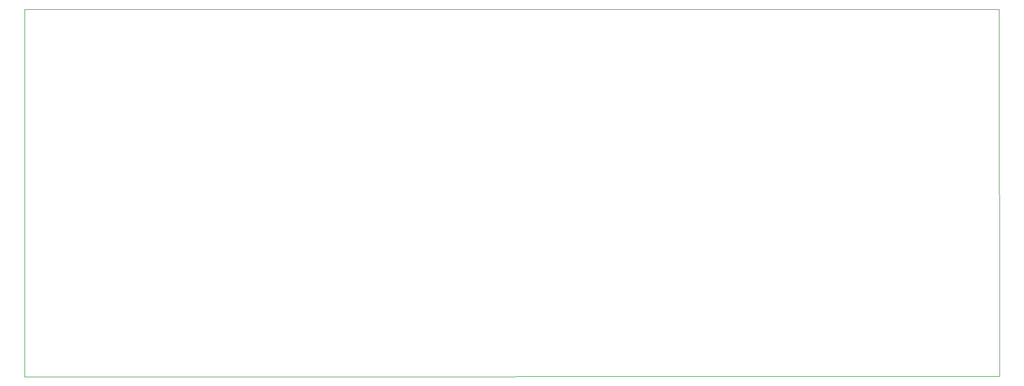
<source format=gbr>
%TF.GenerationSoftware,KiCad,Pcbnew,7.0.7*%
%TF.CreationDate,2024-01-12T20:40:26-05:00*%
%TF.ProjectId,new current sensor,6e657720-6375-4727-9265-6e742073656e,rev?*%
%TF.SameCoordinates,Original*%
%TF.FileFunction,Profile,NP*%
%FSLAX46Y46*%
G04 Gerber Fmt 4.6, Leading zero omitted, Abs format (unit mm)*
G04 Created by KiCad (PCBNEW 7.0.7) date 2024-01-12 20:40:26*
%MOMM*%
%LPD*%
G01*
G04 APERTURE LIST*
%TA.AperFunction,Profile*%
%ADD10C,0.100000*%
%TD*%
G04 APERTURE END LIST*
D10*
X253650000Y-31900000D02*
X253750000Y-88886376D01*
X253750000Y-88886376D02*
X102406451Y-88900000D01*
X102406451Y-88900000D02*
X102400000Y-31900000D01*
X102400000Y-31900000D02*
X253650000Y-31900000D01*
M02*

</source>
